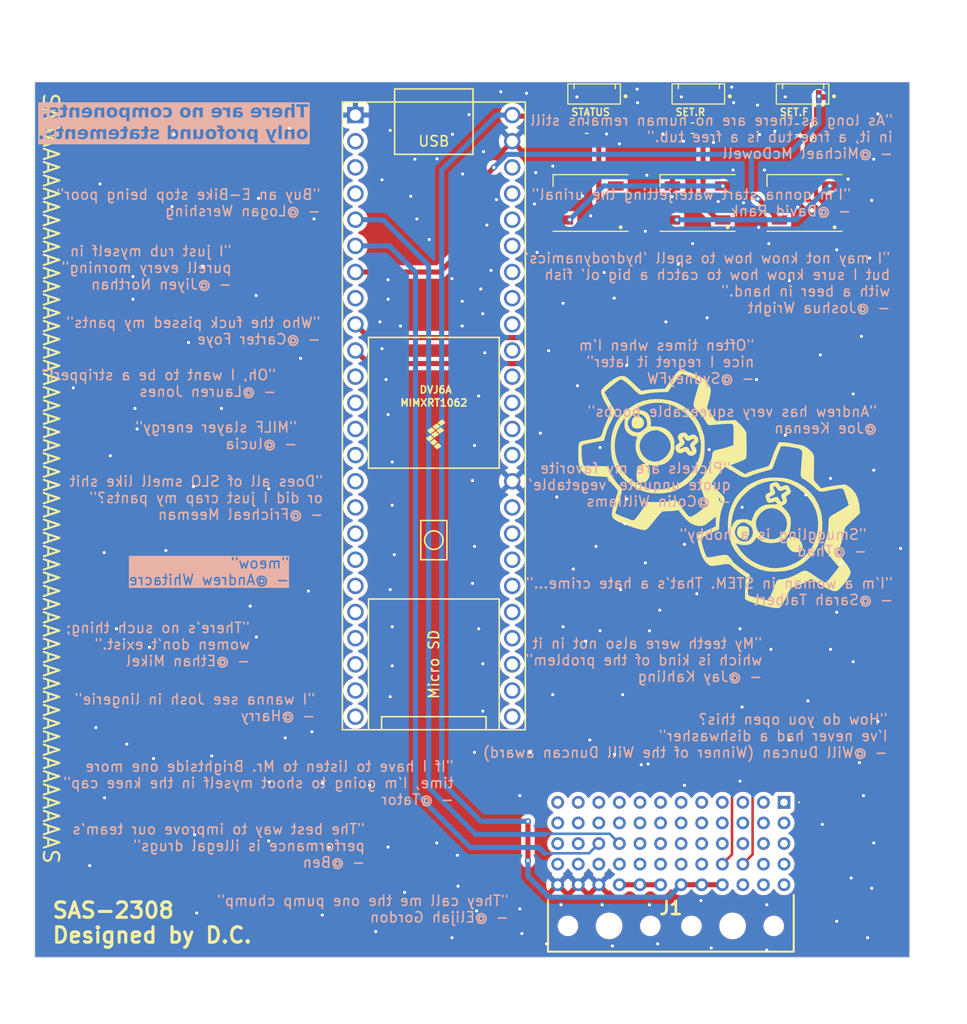
<source format=kicad_pcb>
(kicad_pcb (version 20221018) (generator pcbnew)
  (layers (0 "F.Cu" signal) (31 "B.Cu" signal) (34 "B.Paste" user) (35 "F.Paste" user) (36 "B.SilkS" user "B.Silkscreen") (37 "F.SilkS" user "F.Silkscreen") (38 "B.Mask" user) (39 "F.Mask" user) (44 "Edge.Cuts" user))
  (property "SHEETTOTAL" "5")
  (net 0 "")
  (net 1 "5V")
  (net 2 "GND")
  (net 3 "Net-(D1-DOUT)")
  (net 4 "Net-(D2-DOUT)")
  (net 6 "Net-(D4-DOUT)")
  (net 7 "Net-(D5-DOUT)")
  (net 48 "ARGBLED")
  (net 58 "+3V3")
  (net 59 "PENC_CHA")
  (net 60 "PENC_CHA{slash}")
  (net 61 "PENc_CHB")
  (net 62 "PENC_CHB{slash}")
  (net 63 "SENC_CHA")
  (net 64 "SENC_CHA{slash}")
  (net 65 "SENC_CHB")
  (net 66 "SENC_CHB{slash}")
  (net 67 "PLOAD_CELL_CLK")
  (net 68 "PLOAD_CELL_DATA")
  (net 69 "SLOAD_CELL_CLK")
  (net 70 "SLOAD_CELL_DATA")
  (net 71 "ENG_HALL2_IN")
  (net 72 "PWM1")
  (net 73 "PWM2")
  (net 74 "DIRECTION1")
  (net 75 "DIRECTION2")
  (net 76 "FBREAK_PRESSURE_IN")
  (net 77 "RBREAK_PRESSURE_IN")
  (net 78 "REAR_HALL_IN")
  (net 79 "ENG_HALL1_IN")
  (net 80 "SPK_PLUG")
  (net 81 "THERM_SENS1")
  (net 82 "THERM_SENS2")
  (net 83 "THERM_SENS3")
  (net 84 "THERM_SENS4")
  (net 85 "36V_SENS")
  (net 86 "SOLENOID_PWM_1")
  (net 87 "SOLENOID_PWM_2")
  (net 88 "IR_SENS_TNC")
  (net 89 "SDA")
  (net 90 "SCL")
  (net 91 "CVT_TX_DAQ_RX")
  (net 92 "CVT_RX_DAQ_TX")
  (net 93 "CIPO")
  (net 94 "COPI")
  (net 95 "SPI_CLK")
  (net 96 "CANH")
  (net 97 "CANL")
  (net 98 "RPOT1")
  (net 99 "RPOT2")
  (net 100 "DIG_OUT")
  (footprint "Capacitor_SMD:C_0603_1608Metric" (layer "F.Cu") (at 168.275 45.72 180)
    (fp_text reference "C1" hide)
    (fp_text value "C")
  )
  (footprint "!footprints:52230042" (layer "F.Cu") (at 187.451 111.189)
    (fp_text reference "J1")
    (fp_text value "5223004-2" hide)
  )
  (footprint "LOGO" (layer "F.Cu") (at 181.102 80.772)
    (fp_text reference "G***" hide)
    (fp_text value "LOGO" hide)
  )
  (footprint "!footprints:LED_IN-PI42TASPRPGPB" (layer "F.Cu") (at 169.0818 42.5144)
    (fp_text reference "D3")
    (fp_text value "STATUS")
  )
  (footprint "!footprints:LED_IN-PI42TASPRPGPB" (layer "F.Cu") (at 189.3388 42.5144)
    (fp_text reference "D1")
    (fp_text value "SET.F")
  )
  (footprint "Capacitor_SMD:C_0603_1608Metric" (layer "F.Cu") (at 188.722 45.847 180)
    (fp_text reference "C3" hide)
    (fp_text value "C")
  )
  (footprint "!footprints:Teensy41" (layer "F.Cu") (at 153.416 73.66 -90)
    (fp_text reference "U1" hide)
    (fp_text value "Teensy4.1")
  )
  (footprint "!footprints:LED_WS2812B_PLCC4_5.0x5.0mm_P3.2mm" (layer "F.Cu") (at 189.447 52.984 180)
    (fp_text reference "D4" hide)
    (fp_text value "SET.F" hide)
  )
  (footprint "Capacitor_SMD:C_0603_1608Metric" (layer "F.Cu") (at 178.562 45.72 180)
    (fp_text reference "C2" hide)
    (fp_text value "C")
  )
  (footprint "!footprints:LED_IN-PI42TASPRPGPB" (layer "F.Cu") (at 179.2103 42.5144)
    (fp_text reference "D2")
    (fp_text value "SET.R")
  )
  (footprint "!footprints:LED_WS2812B_PLCC4_5.0x5.0mm_P3.2mm" (layer "F.Cu") (at 168.656 52.984 180)
    (fp_text reference "D6" hide)
    (fp_text value "STATUS" hide)
  )
  (footprint "!footprints:LED_WS2812B_PLCC4_5.0x5.0mm_P3.2mm" (layer "F.Cu") (at 179.0515 52.984 180)
    (fp_text reference "D5" hide)
    (fp_text value "SET.R" hide)
  )
  (gr_line locked (start 199.644 126.238) (end 114.644 126.238) (stroke (width 0.05)) (layer "Edge.Cuts"))
  (gr_line locked (start 114.644 41.238) (end 199.644 41.238) (stroke (width 0.05)) (layer "Edge.Cuts"))
  (gr_line locked (start 199.644 41.238) (end 199.644 126.238) (stroke (width 0.05)) (layer "Edge.Cuts"))
  (gr_line locked (start 114.644 126.238) (end 114.644 41.238) (stroke (width 0.05)) (layer "Edge.Cuts"))
  (gr_text "{dblquote}I'm a woman in STEM. That's a hate crime…{dblquote} \n- @Sarah Talbert\n " (at 198.12 93.726) (layer "B.SilkS") (effects (font (size 1 1)) (justify left bottom mirror)))
  (gr_text "{dblquote}Buy an E-Bike stop being poor{dblquote} \n- @Logan Wershing" (at 142.494 54.356) (layer "B.SilkS") (effects (font (size 1 1)) (justify left bottom mirror)))
  (gr_text "{dblquote}If I have to listen to Mr. Brightside one more \ntime, I'm going to shoot myself in the knee cap{dblquote} \n- @Tator\n" (at 155.448 111.506) (layer "B.SilkS") (effects (font (size 1 1)) (justify left bottom mirror)))
  (gr_text "{dblquote}They call me the one pump chump{dblquote} \n- @Elijah Gordon" (at 160.782 122.936) (layer "B.SilkS") (effects (font (size 1 1)) (justify left bottom mirror)))
  (gr_text "{dblquote}Who the fuck pissed my pants{dblquote} \n- @Carter Foye" (at 142.494 66.802) (layer "B.SilkS") (effects (font (size 1 1)) (justify left bottom mirror)))
  (gr_text "{dblquote}There's no such thing; \nwomen don't exist.{dblquote} \n- @Ethan Mikel" (at 135.636 98.044) (layer "B.SilkS") (effects (font (size 1 1)) (justify left bottom mirror)))
  (gr_text "{dblquote}As long as there are no human remains still \nin it, a free tub is a free tub.{dblquote} \n- @Michael McDowell" (at 198.12 48.768) (layer "B.SilkS") (effects (font (size 1 1)) (justify left bottom mirror)))
  (gr_text "{dblquote}Andrew has very squeezable boobs{dblquote} \n@Joe Keenan" (at 196.596 75.438) (layer "B.SilkS") (effects (font (size 1 1)) (justify left bottom mirror)))
  (gr_text "{dblquote}My teeth were also not in it \nwhich is kind of the problem{dblquote} \n- @Jay Kahling" (at 185.42 99.568) (layer "B.SilkS") (effects (font (size 1 1)) (justify left bottom mirror)))
  (gr_text "{dblquote}The best way to improve our team's \nperformance is illegal drugs{dblquote} \n- @Ben" (at 146.812 117.602) (layer "B.SilkS") (effects (font (size 1 1)) (justify left bottom mirror)))
  (gr_text "{dblquote}Often times when I'm \nnice I regret it later{dblquote} \n- @SydneyFW" (at 184.658 70.612) (layer "B.SilkS") (effects (font (size 1 1)) (justify left bottom mirror)))
  (gr_text "{dblquote}I just rub myself in \npurell every morning{dblquote} \n- @Jiyen Northan" (at 133.858 61.468) (layer "B.SilkS") (effects (font (size 1 1)) (justify left bottom mirror)))
  (gr_text "{dblquote}Does all of SLO smell like shit \nor did I just crap my pants?{dblquote} \n- @Fricheal Meeman" (at 142.748 83.82) (layer "B.SilkS") (effects (font (size 1 1)) (justify left bottom mirror)))
  (gr_text "{dblquote}Pickels are my favorite \nquote unquote 'vegetable' {dblquote} \n- @Colin Williams" (at 182.372 82.55) (layer "B.SilkS") (effects (font (size 1 1)) (justify left bottom mirror)))
  (gr_text "There are no components;\nonly profound statements." (at 141.224 46.99) (layer "B.SilkS" knockout) (effects (font (size 1.25 1.25) (thickness 0.2) bold) (justify left bottom mirror)))
  (gr_text "{dblquote}I may not know how to spell 'hydrodynamics', \nbut I sure know how to catch a big ol' fish \nwith a beer in hand.{dblquote} \n- @Joshua Wright" (at 197.866 63.754) (layer "B.SilkS") (effects (font (size 1 1)) (justify left bottom mirror)))
  (gr_text "{dblquote}Smuggling is a hobby{dblquote} \n- @Thad" (at 195.58 87.376) (layer "B.SilkS") (effects (font (size 1 1)) (justify left bottom mirror)))
  (gr_text "{dblquote}meow{dblquote} \n- @Andrew Whitacre" (at 139.446 90.17) (layer "B.SilkS" knockout) (effects (font (size 1 1)) (justify left bottom mirror)))
  (gr_text "{dblquote}I wanna see Josh in lingerie{dblquote} \n- @Harry" (at 141.986 103.378) (layer "B.SilkS") (effects (font (size 1 1)) (justify left bottom mirror)))
  (gr_text "{dblquote}I'm gonna start waterjetting the urinal{dblquote} \n- @David Rank" (at 194.056 54.356) (layer "B.SilkS") (effects (font (size 1 1)) (justify left bottom mirror)))
  (gr_text "{dblquote}MILF slayer energy{dblquote}\n- @lucia" (at 140.208 76.962) (layer "B.SilkS") (effects (font (size 1 1)) (justify left bottom mirror)))
  (gr_text "{dblquote}Oh, I want to be a stripper!{dblquote} \n- @Lauren Jones" (at 138.176 71.882) (layer "B.SilkS") (effects (font (size 1 1)) (justify left bottom mirror)))
  (gr_text "{dblquote}How do you open this? \nI've never had a dishwasher{dblquote} \n- @Will Duncan (Winner of the Will Duncan award)" (at 197.612 106.934) (layer "B.SilkS") (effects (font (size 1 1)) (justify left bottom mirror)))
  (gr_text "SAS-2308\nDesigned by D.C.\n" (at 116.205 124.968) (layer "F.SilkS") (effects (font (size 1.5 1.5) (thickness 0.3) bold) (justify left bottom)))
  (gr_text "SAAAAAAAAAAAAAAAAAAAAAAAAAAAAAAAAAAAAAAAAAAAAAAAAAAAAAAAAS" (at 115.316 42.164 270) (layer "F.SilkS") (effects (font (size 1.5 1.5) (thickness 0.2)) (justify left bottom)))
  (segment (start 189.7068 52.6188) (end 189.7068 42.6244) (width 0.5) (layer "F.Cu") (net 1))
  (segment (start 182.348 44.559) (end 188.8722 44.559) (width 0.5) (layer "F.Cu") (net 1))
  (segment (start 179.5783 44.4653) (end 179.672 44.559) (width 0.5) (layer "F.Cu") (net 1))
  (segment (start 169.4498 42.6244) (end 169.4498 44.4368) (width 0.5) (layer "F.Cu") (net 1))
  (segment (start 172.172 44.559) (end 173.248 44.559) (width 0.5) (layer "F.Cu") (net 1))
  (segment (start 169.4498 44.4368) (end 169.572 44.559) (width 0.5) (layer "F.Cu") (net 1))
  (segment (start 181.025756 54.634) (end 179.5783 53.186544) (width 0.5) (layer "F.Cu") (net 1))
  (segment (start 162.56 113.03) (end 162.56 116.839999) (width 0.5) (layer "F.Cu") (net 1))
  (segment (start 189.7068 43.7244) (end 189.7068 42.6244) (width 0.5) (layer "F.Cu") (net 1))
  (segment (start 171.222 54.634) (end 169.4498 52.8618) (width 0.5) (layer "F.Cu") (net 1))
  (segment (start 177.451 119.189) (end 181.451 119.189) (width 0.5) (layer "F.Cu") (net 1))
  (segment (start 161.145 44.559) (end 161.036 44.45) (width 0.5) (layer "F.Cu") (net 1))
  (segment (start 191.722 54.634) (end 189.7068 52.6188) (width 0.5) (layer "F.Cu") (net 1))
  (segment (start 162.56 116.839999) (end 162.559999 116.84) (width 0.5) (layer "F.Cu") (net 1))
  (segment (start 169.4498 52.8618) (end 169.4498 44.4368) (width 0.5) (layer "F.Cu") (net 1))
  (segment (start 179.5783 42.6244) (end 179.5783 44.4653) (width 0.5) (layer "F.Cu") (net 1))
  (segment (start 179.672 44.559) (end 182.348 44.559) (width 0.5) (layer "F.Cu") (net 1))
  (segment (start 188.8722 44.559) (end 189.7068 43.7244) (width 0.5) (layer "F.Cu") (net 1))
  (segment (start 169.572 44.559) (end 172.172 44.559) (width 0.5) (layer "F.Cu") (net 1))
  (segment (start 173.248 44.559) (end 179.672 44.559) (width 0.5) (layer "F.Cu") (net 1))
  (segment (start 179.5783 53.186544) (end 179.5783 44.4653) (width 0.5) (layer "F.Cu") (net 1))
  (segment (start 172.172 44.559) (end 161.145 44.559) (width 0.5) (layer "F.Cu") (net 1))
  (via (at 162.56 113.03) (size 0.6) (drill 0.3) (layers "F.Cu" "B.Cu") (net 1))
  (via (at 162.559999 116.84) (size 0.6) (drill 0.3) (layers "F.Cu" "B.Cu") (net 1))
  (segment (start 177.451 119.189) (end 176.244 120.396) (width 0.5) (layer "B.Cu") (net 1))
  (segment (start 164.592 120.396) (end 162.559999 118.363999) (width 0.5) (layer "B.Cu") (net 1))
  (segment (start 154.178 109.22) (end 157.988 113.03) (width 0.5) (layer "B.Cu") (net 1))
  (segment (start 159.512 44.45) (end 154.178 49.784) (width 0.5) (layer "B.Cu") (net 1))
  (segment (start 176.244 120.396) (end 164.592 120.396) (width 0.5) (layer "B.Cu") (net 1))
  (segment (start 154.178 49.784) (end 154.178 109.22) (width 0.5) (layer "B.Cu") (net 1))
  (segment (start 157.988 113.03) (end 162.56 113.03) (width 0.5) (layer "B.Cu") (net 1))
  (segment (start 161.036 44.45) (end 159.512 44.45) (width 0.5) (layer "B.Cu") (net 1))
  (segment (start 162.559999 118.363999) (end 162.559999 116.84) (width 0.5) (layer "B.Cu") (net 1))
  (via (at 137.372 80.734) (size 0.6) (drill 0.3) (layers "F.Cu" "B.Cu") (net 2))
  (via (at 155.172 60.334) (size 0.6) (drill 0.3) (layers "F.Cu" "B.Cu") (net 2))
  (via (at 157.172 89.934) (size 0.6) (drill 0.3) (layers "F.Cu" "B.Cu") (net 2))
  (via (at 156.172 64.934) (size 0.6) (drill 0.3) (layers "F.Cu" "B.Cu") (net 2))
  (via (at 141.572 104.334) (size 0.6) (drill 0.3) (layers "F.Cu" "B.Cu") (net 2))
  (via (at 190.972 67.734) (size 0.6) (drill 0.3) (layers "F.Cu" "B.Cu") (net 2))
  (via (at 143.256 115.57) (size 0.6) (drill 0.3) (layers "F.Cu" "B.Cu") (net 2))
  (via (at 183.372 82.534) (size 0.6) (drill 0.3) (layers "F.Cu" "B.Cu") (net 2))
  (via (at 175.672 46.284) (size 0.6) (drill 0.3) (layers "F.Cu" "B.Cu") (net 2))
  (via (at 147.772 123.734) (size 0.6) (drill 0.3) (layers "F.Cu" "B.Cu") (net 2))
  (via (at 162.422 42.334) (size 0.6) (drill 0.3) (layers "F.Cu" "B.Cu") (net 2))
  (via (at 141.224 90.678) (size 0.6) (drill 0.3) (layers "F.Cu" "B.Cu") (net 2))
  (via (at 184.772 70.134) (size 0.6) (drill 0.3) (layers "F.Cu" "B.Cu") (net 2))
  (via (at 177.172 58.934) (size 0.6) (drill 0.3) (layers "F.Cu" "B.Cu") (net 2))
  (via (at 174.372 121.1455) (size 0.6) (drill 0.3) (layers "F.Cu" "B.Cu") (net 2))
  (via (at 132.772 72.934) (size 0.6) (drill 0.3) (layers "F.Cu" "B.Cu") (net 2))
  (via (at 183.372 101.934) (size 0.6) (drill 0.3) (layers "F.Cu" "B.Cu") (net 2))
  (via (at 126.172 106.934) (size 0.6) (drill 0.3) (layers "F.Cu" "B.Cu") (net 2))
  (via (at 164.372 124.934) (size 0.6) (drill 0.3) (layers "F.Cu" "B.Cu") (net 2))
  (via (at 170.972 106.534) (size 0.6) (drill 0.3) (layers "F.Cu" "B.Cu") (net 2))
  (via (at 125.772 96.134) (size 0.6) (drill 0.3) (layers "F.Cu" "B.Cu") (net 2))
  (via (at 150.572 119.934) (size 0.6) (drill 0.3) (layers "F.Cu" "B.Cu") (net 2))
  (via (at 135.572 92.134) (size 0.6) (drill 0.3) (layers "F.Cu" "B.Cu") (net 2))
  (via (at 151.572 48.734) (size 0.6) (drill 0.3) (layers "F.Cu" "B.Cu") (net 2))
  (via (at 156.842023 44.404023) (size 0.6) (drill 0.3) (layers "F.Cu" "B.Cu") (net 2))
  (via (at 148.972 73.534) (size 0.6) (drill 0.3) (layers "F.Cu" "B.Cu") (net 2))
  (via (at 171.572 90.534) (size 0.6) (drill 0.3) (layers "F.Cu" "B.Cu") (net 2))
  (via (at 157.172 79.934) (size 0.6) (drill 0.3) (layers "F.Cu" "B.Cu") (net 2))
  (via (at 195.972 52.734) (size 0.6) (drill 0.3) (layers "F.Cu" "B.Cu") (net 2))
  (via (at 120.572 103.934) (size 0.6) (drill 0.3) (layers "F.Cu" "B.Cu") (net 2))
  (via (at 163.195 53.086) (size 0.6) (drill 0.3) (layers "F.Cu" "B.Cu") (net 2))
  (via (at 180.594 47.117) (size 0.6) (drill 0.3) (layers "F.Cu" "B.Cu") (net 2))
  (via (at 158.172 102.334) (size 0.6) (drill 0.3) (layers "F.Cu" "B.Cu") (net 2))
  (via (at 163.772 75.334) (size 0.6) (drill 0.3) (layers "F.Cu" "B.Cu") (net 2))
  (via (at 170.772 125.134) (size 0.6) (drill 0.3) (layers "F.Cu" "B.Cu") (net 2))
  (via (at 127.372 86.734) (size 0.6) (drill 0.3) (layers "F.Cu" "B.Cu") (net 2))
  (via (at 195.172 110.534) (size 0.6) (drill 0.3) (layers "F.Cu" "B.Cu") (net 2))
  (via (at 194.772 107.334) (size 0.6) (drill 0.3) (layers "F.Cu" "B.Cu") (net 2))
  (via (at 156.21 50.165) (size 0.6) (drill 0.3) (layers "F.Cu" "B.Cu") (net 2))
  (via (at 138.972 104.934) (size 0.6) (drill 0.3) (layers "F.Cu" "B.Cu") (net 2))
  (via (at 157.372 76.534) (size 0.6) (drill 0.3) (layers "F.Cu" "B.Cu") (net 2))
  (via (at 182.372 41.734) (size 0.6) (drill 0.3) (layers "F.Cu" "B.Cu") (net 2))
  (via (at 196.572 44.334) (size 0.6) (drill 0.3) (layers "F.Cu" "B.Cu") (net 2))
  (via (at 193.675 50.673) (size 0.6) (drill 0.3) (layers "F.Cu" "B.Cu") (net 2))
  (via (at 178.572 56.934) (size 0.6) (drill 0.3) (layers "F.Cu" "B.Cu") (net 2))
  (via (at 139.372 45.734) (size 0.6) (drill 0.3) (layers "F.Cu" "B.Cu") (net 2))
  (via (at 151.172 52.334) (size 0.6) (drill 0.3) (layers "F.Cu" "B.Cu") (net 2))
  (via (at 121.372 86.934) (size 0.6) (drill 0.3) (layers "F.Cu" "B.Cu") (net 2))
  (via (at 123.572 105.534) (size 0.6) (drill 0.3) (layers "F.Cu" "B.Cu") (net 2))
  (via (at 182.546038 43.2489) (size 0.6) (drill 0.3) (layers "F.Cu" "B.Cu") (net 2))
  (via (at 180.172 76.934) (size 0.6) (drill 0.3) (layers "F.Cu" "B.Cu") (net 2))
  (via (at 189.572 81.334) (size 0.6) (drill 0.3) (layers "F.Cu" "B.Cu") (net 2))
  (via (at 152.972 56.534) (size 0.6) (drill 0.3) (layers "F.Cu" "B.Cu") (net 2))
  (via (at 196.572 103.334) (size 0.6) (drill 0.3) (layers "F.Cu" "B.Cu") (net 2))
  (via (at 171.772 100.734) (size 0.6) (drill 0.3) (layers "F.Cu" "B.Cu") (net 2))
  (via (at 161.772 121.534) (size 0.6) (drill 0.3) (layers "F.Cu" "B.Cu") (net 2))
  (via (at 158.172 97.734) (size 0.6) (drill 0.3) (layers "F.Cu" "B.Cu") (net 2))
  (via (at 124.572 74.934) (size 0.6) (drill 0.3) (layers "F.Cu" "B.Cu") (net 2))
  (via (at 122.572 94.334) (size 0.6) (drill 0.3) (layers "F.Cu" "B.Cu") (net 2))
  (via (at 193.972 118.534) (size 0.6) (drill 0.3) (layers "F.Cu" "B.Cu") (net 2))
  (via (at 130.048 80.518) (size 0.6) (drill 0.3) (layers "F.Cu" "B.Cu") (net 2))
  (via (at 137.372 114.934) (size 0.6) (drill 0.3) (layers "F.Cu" "B.Cu") (net 2))
  (via (at 169.772 121.1455) (size 0.6) (drill 0.3) (layers "F.Cu" "B.Cu") (net 2))
  (via (at 191.972 96.334) (size 0.6) (drill 0.3) (layers "F.Cu" "B.Cu") (net 2))
  (via (at 155.702 116.332) (size 0.6) (drill 0.3) (layers "F.Cu" "B.Cu") (net 2))
  (via (at 157.772 94.334) (size 0.6) (drill 0.3) (layers "F.Cu" "B.Cu") (net 2))
  (via (at 182.499 49.784) (size 0.6) (drill 0.3) (layers "F.Cu" "B.Cu") (net 2))
  (via (at 164.572 67.334) (size 0.6) (drill 0.3) (layers "F.Cu" "B.Cu") (net 2))
  (via (at 136.172 95.134) (size 0.6) (drill 0.3) (layers "F.Cu" "B.Cu") (net 2))
  (via (at 187.972 105.134) (size 0.6) (drill 0.3) (layers "F.Cu" "B.Cu") (net 2))
  (via (at 128.172 46.334) (size 0.6) (drill 0.3) (layers "F.Cu" "B.Cu") (net 2))
  (via (at 148.972 62.334) (size 0.6) (drill 0.3) (layers "F.Cu" "B.Cu") (net 2))
  (via (at 169.572 94.534) (size 0.6) (drill 0.3) (layers "F.Cu" "B.Cu") (net 2))
  (via (at 168.660615 54.236692) (size 0.6) (drill 0.3) (layers "F.Cu" "B.Cu") (net 2))
  (via (at 161.772 110.534) (size 0.6) (drill 0.3) (layers "F.Cu" "B.Cu") (net 2))
  (via (at 142.572 109.334) (size 0.6) (drill 0.3) (layers "F.Cu" "B.Cu") (net 2))
  (via (at 174.117 50.292) (size 0.6) (drill 0.3) (layers "F.Cu" "B.Cu") (net 2))
  (via (at 195.972 119.534) (size 0.6) (drill 0.3) (layers "F.Cu" "B.Cu") (net 2))
  (via (at 157.772 71.734) (size 0.6) (drill 0.3) (layers "F.Cu" "B.Cu") (net 2))
  (via (at 192.572 57.534) (size 0.6) (drill 0.3) (layers "F.Cu" "B.Cu") (net 2))
  (via (at 173.972 87.934) (size 0.6) (drill 0.3) (layers "F.Cu" "B.Cu") (net 2))
  (via (at 120.972 51.134) (size 0.6) (drill 0.3) (layers "F.Cu" "B.Cu") (net 2))
  (via (at 157.972 61.334) (size 0.6) (drill 0.3) (layers "F.Cu" "B.Cu") (net 2))
  (via (at 141.772 54.534) (size 0.6) (drill 0.3) (layers "F.Cu" "B.Cu") (net 2))
  (via (at 155.222816 46.312237) (size 0.6) (drill 0.3) (layers "F.Cu" "B.Cu") (net 2))
  (via (at 151.772 54.534) (size 0.6) (drill 0.3) (layers "F.Cu" "B.Cu") (net 2))
  (via (at 148.972 115.534) (size 0.6) (drill 0.3) (layers "F.Cu" "B.Cu") (net 2))
  (via (at 157.572 121.734) (size 0.6) (drill 0.3) (layers "F.Cu" "B.Cu") (net 2))
  (via (at 191.172 113.334) (size 0.6) (drill 0.3) (layers "F.Cu" "B.Cu") (net 2))
  (via (at 147.172 109.534) (size 0.6) (drill 0.3) (layers "F.Cu" "B.Cu") (net 2))
  (via (at 184.985322 55.3595) (size 0.6) (drill 0.3) (layers "F.Cu" "B.Cu") (net 2))
  (via (at 129.572 66.534) (size 0.6) (drill 0.3) (layers "F.Cu" "B.Cu") (net 2))
  (via (at 187.572 42.684) (size 0.6) (drill 0.3) (layers "F.Cu" "B.Cu") (net 2))
  (via (at 156.172 62.534) (size 0.6) (drill 0.3) (layers "F.Cu" "B.Cu") (net 2))
  (via (at 153.701454 115.132546) (size 0.6) (drill 0.3) (layers "F.Cu" "B.Cu") (net 2))
  (via (at 173.972 55.734) (size 0.6) (drill 0.3) (layers "F.Cu" "B.Cu") (net 2))
  (via (at 177.772 86.134) (size 0.6) (drill 0.3) (layers "F.Cu" "B.Cu") (net 2))
  (via (at 191.972 79.734) (size 0.6) (drill 0.3) (layers "F.Cu" "B.Cu") (net 2))
  (via (at 174.242023 107.463977) (size 0.6) (drill 0.3) (layers "F.Cu" "B.Cu") (net 2))
  (via (at 192.972 87.934) (size 0.6) (drill 0.3) (layers "F.Cu" "B.Cu") (net 2))
  (via (at 168.572 105.134) (size 0.6) (drill 0.3) (layers "F.Cu" "B.Cu") (net 2))
  (via (at 158.972 59.534) (size 0.6) (drill 0.3) (layers "F.Cu" "B.Cu") (net 2))
  (via (at 142.572 122.134) (size 0.6) (drill 0.3) (layers "F.Cu" "B.Cu") (net 2))
  (via (at 167.322 42.684) (size 0.6) (drill 0.3) (layers "F.Cu" "B.Cu") (net 2))
  (via (at 119.972 117.334) (size 0.6) (drill 0.3) (layers "F.Cu" "B.Cu") (net 2))
  (via (at 178.972 90.934) (size 0.6) (drill 0.3) (layers "F.Cu" "B.Cu") (net 2))
  (via (at 177.772 109.534) (size 0.6) (drill 0.3) (layers "F.Cu" "B.Cu") (net 2))
  (via (at 161.972 123.934) (size 0.6) (drill 0.3) (layers "F.Cu" "B.Cu") (net 2))
  (via (at 185.072 46.334) (size 0.6) (drill 0.3) (layers "F.Cu" "B.Cu") (net 2))
  (via (at 158.242 48.006) (size 0.6) (drill 0.3) (layers "F.Cu" "B.Cu") (net 2))
  (via (at 137.414 109.22) (size 0.6) (drill 0.3) (layers "F.Cu" "B.Cu") (net 2))
  (via (at 192.572 122.734) (size 0.6) (drill 0.3) (layers "F.Cu" "B.Cu") (net 2))
  (via (at 168.172 95.534) (size 0.6) (drill 0.3) (layers "F.Cu" "B.Cu") (net 2))
  (via (at 192.572 92.734) (size 0.6) (drill 0.3) (layers "F.Cu" "B.Cu") (net 2))
  (via (at 162.772 106.334) (size 0.6) (drill 0.3) (layers "F.Cu" "B.Cu") (net 2))
  (via (at 165.772 121.1455) (size 0.6) (drill 0.3) (layers "F.Cu" "B.Cu") (net 2))
  (via (at 175.172 124.934) (size 0.6) (drill 0.3) (layers "F.Cu" "B.Cu") (net 2))
  (via (at 148.372 50.734) (size 0.6) (drill 0.3) (layers "F.Cu" "B.Cu") (net 2))
  (via (at 185.972 56.934) (size 0.6) (drill 0.3) (layers "F.Cu" "B.Cu") (net 2))
  (via (at 177.472 42.684) (size 0.6) (drill 0.3) (layers "F.Cu" "B.Cu") (net 2))
  (via (at 149.372 94.134) (size 0.6) (drill 0.3) (layers "F.Cu" "B.Cu") (net 2))
  (via (at 169.572 76.734) (size 0.6) (drill 0.3) (layers "F.Cu" "B.Cu") (net 2))
  (via (at 158.572 55.134) (size 0.6) (drill 0.3) (layers "F.Cu" "B.Cu") (net 2))
  (via (at 196.172 115.134) (size 0.6) (drill 0.3) (layers "F.Cu" "B.Cu") (net 2))
  (via (at 195.772 58.334) (size 0.6) (drill 0.3) (layers "F.Cu" "B.Cu") (net 2))
  (via (at 149.172 45.934) (size 0.6) (drill 0.3) (layers "F.Cu" "B.Cu") (net 2))
  (via (at 121.972 77.534) (size 0.6) (drill 0.3) (layers "F.Cu" "B.Cu") (net 2))
  (via (at 186.555511 46.017511) (size 0.6) (drill 0.3) (layers "F.Cu" "B.Cu") (net 2))
  (via (at 173.213589 43.2489) (size 0.6) (drill 0.3) (layers "F.Cu" "B.Cu") (net 2))
  (via (at 149.372 97.934) (size 0.6) (drill 0.3) (layers "F.Cu" "B.Cu") (net 2))
  (via (at 185.772 121.134) (size 0.6) (drill 0.3) (layers "F.Cu" "B.Cu") (net 2))
  (via (at 169.172 86.334) (size 0.6) (drill 0.3) (layers "F.Cu" "B.Cu") (net 2))
  (via (at 171.972 84.134) (size 0.6) (drill 0.3) (layers "F.Cu" "B.Cu") (net 2))
  (via (at 175.972 64.534) (size 0.6) (drill 0.3) (layers "F.Cu" "B.Cu") (net 2))
  (via (at 173.572 107.534) (size 0.6) (drill 0.3) (layers "F.Cu" "B.Cu") (net 2))
  (via (at 121.412 110.744) (size 0.6) (drill 0.3) (layers "F.Cu" "B.Cu") (net 2))
  (via (at 186.172 96.334) (size 0.6) (drill 0.3) (layers "F.Cu" "B.Cu") (net 2))
  (via (at 170.1993 46.284) (size 0.6) (drill 0.3) (layers "F.Cu" "B.Cu") (net 2))
  (via (at 127.972 53.334) (size 0.6) (drill 0.3) (layers "F.Cu" "B.Cu") (net 2))
  (via (at 118.372 70.934) (size 0.6) (drill 0.3) (layers "F.Cu" "B.Cu") (net 2))
  (via (at 194.972 65.934) (size 0.6) (drill 0.3) (layers "F.Cu" "B.Cu") (net 2))
  (via (at 163.449 57.785) (size 0.6) (drill 0.3) (layers "F.Cu" "B.Cu") (net 2))
  (via (at 166.972 88.534) (size 0.6) (drill 0.3) (layers "F.Cu" "B.Cu") (net 2))
  (via (at 153.730411 48.692411) (size 0.6) (drill 0.3) (layers "F.Cu" "B.Cu") (net 2))
  (via (at 130.372 121.934) (size 0.6) (drill 0.3) (layers "F.Cu" "B.Cu") (net 2))
  (via (at 155.172 124.334) (size 0.6) (drill 0.3) (layers "F.Cu" "B.Cu") (net 2))
  (via (at 148.372 67.134) (size 0.6) (drill 0.3) (layers "F.Cu" "B.Cu") (net 2))
  (via (at 157.372 86.334) (size 0.6) (drill 0.3) (layers "F.Cu" "B.Cu") (net 2))
  (via (at 187.572 75.534) (size 0.6) (drill 0.3) (layers "F.Cu" "B.Cu") (net 2))
  (via (at 183.515 52.959) (size 0.6) (drill 0.3) (layers "F.Cu" "B.Cu") (net 2))
  (via (at 179.372 120.734) (size 0.6) (drill 0.3) (layers "F.Cu" "B.Cu") (net 2))
  (via (at 158.372 67.534) (size 0.6) (drill 0.3) (layers "F.Cu" "B.Cu") (net 2))
  (via (at 165.372 81.534) (size 0.6) (drill 0.3) (layers "F.Cu" "B.Cu") (net 2))
  (via (at 130.172 114.334) (size 0.6) (drill 0.3) (layers "F.Cu" "B.Cu") (net 2))
  (via (at 164.973 49.403) (size 0.6) (drill 0.3) (layers "F.Cu" "B.Cu") (net 2))
  (via (at 169.972 59.734) (size 0.6) (drill 0.3) (layers "F.Cu" "B.Cu") (net 2))
  (via (at 150.172 64.934) (size 0.6) (drill 0.3) (layers "F.Cu" "B.Cu") (net 2))
  (via (at 158.172 63.734) (size 0.6) (drill 0.3) (layers "F.Cu" "B.Cu") (net 2))
  (via (at 131.826 106.68) (size 0.6) (drill 0.3) (layers "F.Cu" "B.Cu") (net 2))
  (via (at 149.172 100.934) (size 0.6) (drill 0.3) (layers "F.Cu" "B.Cu") (net 2))
  (via (at 189.772 101.334) (size 0.6) (drill 0.3) (layers "F.Cu" "B.Cu") (net 2))
  (via (at 136.144 61.976) (size 0.6) (drill 0.3) (layers "F.Cu" "B.Cu") (net 2))
  (via (at 157.372 106.334) (size 0.6) (drill 0.3) (layers "F.Cu" "B.Cu") (net 2))
  (via (at 164.972 100.734) (size 0.6) (drill 0.3) (layers "F.Cu" "B.Cu") (net 2))
  (via (at 179.972 64.134) (size 0.6) (drill 0.3) (layers "F.Cu" "B.Cu") (net 2))
  (via (at 124.372 72.934) (size 0.6) (drill 0.3) (layers "F.Cu" "B.Cu") (net 2))
  (via (at 163.322 50.038) (size 0.6) (drill 0.3) (layers "F.Cu" "B.Cu") (net 2))
  (via (at 196.172 48.734) (size 0.6) (drill 0.3) (layers "F.Cu" "B.Cu") (net 2))
  (via (at 194.172 71.534) (size 0.6) (drill 0.3) (layers "F.Cu" "B.Cu") (net 2))
  (via (at 172.172 81.734) (size 0.6) (drill 0.3) (layers "F.Cu" "B.Cu") (net 2))
  (via (at 148.772 70.134) (size 0.6) (drill 0.3) (layers "F.Cu" "B.Cu") (net 2))
  (via (at 175.372 92.534) (size 0.6) (drill 0.3) (layers "F.Cu" "B.Cu") (net 2))
  (via (at 171.45 47.244) (size 0.6) (drill 0.3) (layers "F.Cu" "B.Cu") (net 2))
  (via (at 196.172 78.934) (size 0.6) (drill 0.3) (layers "F.Cu" "B.Cu") (net 2))
  (via (at 155.772 119.334) (size 0.6) (drill 0.3) (layers "F.Cu" "B.Cu") (net 2))
  (via (at 172.172 68.734) (size 0.6) (drill 0.3) (layers "F.Cu" "B.Cu") (net 2))
  (via (at 165.972 94.134) (size 0.6) (drill 0.3) (layers "F.Cu" "B.Cu") (net 2))
  (via (at 180.372 125.334) (size 0.6) (drill 0.3) (layers "F.Cu" "B.Cu") (net 2))
  (via (at 167.862927 52.311119) (size 0.6) (drill 0.3) (layers "F.Cu" "B.Cu") (net 2))
  (via (at 174.372 94.534) (size 0.6) (drill 0.3) (layers "F.Cu" "B.Cu") (net 2))
  (via (at 194.172 97.534) (size 0.6) (drill 0.3) (layers "F.Cu" "B.Cu") (net 2))
  (via (at 149.572 87.134) (size 0.6) (drill 0.3) (layers "F.Cu" "B.Cu") (net 2))
  (via (at 159.501977 52.663977) (size 0.6) (drill 0.3) (layers "F.Cu" "B.Cu") (net 2))
  (via (at 130.972 59.134) (size 0.6) (drill 0.3) (layers "F.Cu" "B.Cu") (net 2))
  (via (at 149.172 90.534) (size 0.6) (drill 0.3) (layers "F.Cu" "B.Cu") (net 2))
  (via (at 198.772 86.534) (size 0.6) (drill 0.3) (layers "F.Cu" "B.Cu") (net 2))
  (via (at 149.372 82.334) (size 0.6) (drill 0.3) (layers "F.Cu" "B.Cu") (net 2))
  (via (at 195.572 124.334) (size 0.6) (drill 0.3) (layers "F.Cu" "B.Cu") (net 2))
  (via (at 124.172 60.134) (size 0.6) (drill 0.3) (layers "F.Cu" "B.Cu") (net 2))
  (via (at 148.972 60.4395) (size 0.6) (drill 0.3) (layers "F.Cu" "B.Cu") (net 2))
  (via (at 159.922 42.184) (size 0.6) (drill 0.3) (layers "F.Cu" "B.Cu") (net 2))
  (via (at 140.462 68.072) (size 0.6) (drill 0.3) (layers "F.Cu" "B.Cu") (net 2))
  (via (at 185.547 49.784) (size 0.6) (drill 0.3) (layers "F.Cu" "B.Cu") (net 2))
  (via (at 167.372 70.734) (size 0.6) (drill 0.3) (layers "F.Cu" "B.Cu") (net 2))
  (via (at 149.372 78.134) (size 0.6) (drill 0.3) (layers "F.Cu" "B.Cu") (net 2))
  (via (at 176.572 52.369345) (size 0.6) (drill 0.3) (layers "F.Cu" "B.Cu") (net 2))
  (via (at 148.172 64.534) (size 0.6) (drill 0.3) (layers "F.Cu" "B.Cu") (net 2))
  (via (at 185.772 125.534) (size 0.6) (drill 0.3) (layers "F.Cu" "B.Cu") (net 2))
  (via (at 187.972 60.534) (size 0.6) (drill 0.3) (layers "F.Cu" "B.Cu") (net 2))
  (via (at 181.052074 52.8445) (size 0.6) (drill 0.3) (layers "F.Cu" "B.Cu") (net 2))
  (via (at 165.972 62.734) (size 0.6) (drill 0.3) (layers "F.Cu" "B.Cu") (net 2))
  (via (at 173.172 41.934) (size 0.6) (drill 0.3) (layers "F.Cu" "B.Cu") (net 2))
  (via (at 188.781757 53.389288) (size 0.6) (drill 0.3) (layers "F.Cu" "B.Cu") (net 2))
  (via (at 184.872 43.484) (size 0.6) (drill 0.3) (layers "F.Cu" "B.Cu") (net 2))
  (via (at 124.172 62.334) (size 0.6) (drill 0.3) (layers "F.Cu" "B.Cu") (net 2))
  (via (at 170.942 62.23) (size 0.6) (drill 0.3) (layers "F.Cu" "B.Cu") (net 2))
  (via (at 183.172 94.334) (size 0.6) (drill 0.3) (layers "F.Cu" "B.Cu") (net 2))
  (via (at 183.172 109.134) (size 0.6) (drill 0.3) (layers "F.Cu" "B.Cu") (net 2))
  (via (at 136.372 52.534) (size 0.6) (drill 0.3) (layers "F.Cu" "B.Cu") (net 2))
  (via (at 177.673 46.99) (size 0.6) (drill 0.3) (layers "F.Cu" "B.Cu") (net 2))
  (segment (start 188.6818 42.0438) (end 188.6818 42.6244) (width 0.25) (layer "F.Cu") (net 3))
  (segment (start 188.3324 41.6944) (end 188.6818 42.0438) (width 0.25) (layer "F.Cu") (net 3))
  (segment (start 180.7033 42.6244) (end 186.29011 42.6244) (width 0.25) (layer "F.Cu") (net 3))
  (segment (start 186.29011 42.6244) (end 187.22011 41.6944) (width 0.25) (layer "F.Cu") (net 3))
  (segment (start 187.22011 41.6944) (end 188.3324 41.6944) (width 0.25) (layer "F.Cu") (net 3))
  (segment (start 176.16161 42.6244) (end 177.09161 41.6944) (width 0.25) (layer "F.Cu") (net 4))
  (segment (start 178.1324 41.6944) (end 178.5533 42.1153) (width 0.25) (layer "F.Cu") (net 4))
  (segment (start 177.09161 41.6944) (end 178.1324 41.6944) (width 0.25) (layer "F.Cu") (net 4))
  (segment (start 178.5533 42.1153) (end 178.5533 42.6244) (width 0.25) (layer "F.Cu") (net 4))
  (segment (start 170.5748 42.6244) (end 176.16161 42.6244) (width 0.25) (layer "F.Cu") (net 4))
  (via (at 191.897 51.334) (size 0.6) (drill 0.3) (layers "F.Cu" "B.Cu") (net 6))
  (via (at 177.038 54.61) (size 0.6) (drill 0.3) (layers "F.Cu" "B.Cu") (net 6))
  (segment (start 177.038 54.61) (end 188.621 54.61) (width 0.5) (layer "B.Cu") (net 6))
  (segment (start 188.621 54.61) (end 191.897 51.334) (width 0.5) (layer "B.Cu") (net 6))
  (via (at 181.5015 51.334) (size 0.6) (drill 0.3) (layers "F.Cu" "B.Cu") (net 7))
  (via (at 166.624 54.61) (size 0.6) (drill 0.3) (layers "F.Cu" "B.Cu") (net 7))
  (segment (start 169.9 51.334) (end 181.5015 51.334) (width 0.5) (layer "B.Cu") (net 7))
  (segment (start 166.624 54.61) (end 169.9 51.334) (width 0.5) (layer "B.Cu") (net 7))
  (segment (start 186.997 54.634) (end 184.941 52.578) (width 0.5) (layer "F.Cu") (net 48))
  (segment (start 159.258 49.540234) (end 159.258 49.53) (width 0.5) (layer "F.Cu") (net 48))
  (segment (start 145.796 59.69) (end 154.016 59.69) (width 0.5) (layer "F.Cu") (net 48))
  (segment (start 155.972 57.734) (end 155.972 52.826233) (width 0.5) (layer "F.Cu") (net 48))
  (segment (start 159.199617 49.598617) (end 159.258 49.540234) (width 0.5) (layer "F.Cu") (net 48))
  (segment (start 184.941 52.578) (end 184.912 52.578) (width 0.5) (layer "F.Cu") (net 48))
  (segment (start 154.016 59.69) (end 155.972 57.734) (width 0.5) (layer "F.Cu") (net 48))
  (segment (start 155.972 52.826233) (end 159.199617 49.598617) (width 0.5) (layer "F.Cu") (net 48))
  (via (at 159.258 49.53) (size 0.6) (drill 0.3) (layers "F.Cu" "B.Cu") (net 48))
  (via (at 184.912 52.578) (size 0.6) (drill 0.3) (layers "F.Cu" "B.Cu") (net 48))
  (via (at 190.8318 42.6244) (size 0.6) (drill 0.3) (layers "F.Cu" "B.Cu") (net 48))
  (segment (start 184.257 48.26) (end 160.528 48.26) (width 0.5) (layer "B.Cu") (net 48))
  (segment (start 184.297 48.26) (end 187.846 48.26) (width 0.5) (layer "B.Cu") (net 48))
  (segment (start 184.277 48.28) (end 184.257 48.26) (width 0.5) (layer "B.Cu") (net 48))
  (segment (start 160.528 48.26) (end 159.258 49.53) (width 0.5) (layer "B.Cu") (net 48))
  (segment (start 187.846 48.26) (end 190.8318 45.2742) (width 0.5) (layer "B.Cu") (net 48))
  (segment (start 184.277 48.28) (end 184.297 48.26) (width 0.5) (layer "B.Cu") (net 48))
  (segment (start 190.8318 45.2742) (end 190.8318 42.6244) (width 0.5) (layer "B.Cu") (net 48))
  (segment (start 184.277 48.28) (end 184.277 51.943) (width 0.5) (layer "B.Cu") (net 48))
  (segment (start 184.277 51.943) (end 184.912 52.578) (width 0.5) (layer "B.Cu") (net 48))
  (segment (start 171.451 119.189) (end 175.451 119.189) (width 0.5) (layer "F.Cu") (net 58))
  (segment (start 148.464396 54.61) (end 145.796 54.61) (width 0.5) (layer "B.Cu") (net 86))
  (segment (start 164.2685 114.2425) (end 164.211 114.3) (width 0.25) (layer "B.Cu") (net 86))
  (segment (start 171.451 115.189) (end 170.5045 114.2425) (width 0.25) (layer "B.Cu") (net 86))
  (segment (start 152.908 109.728) (end 152.908 59.053604) (width 0.5) (layer "B.Cu") (net 86))
  (segment (start 152.908 59.053604) (end 148.464396 54.61) (width 0.5) (layer "B.Cu") (net 86))
  (segment (start 170.5045 114.2425) (end 164.2685 114.2425) (width 0.25) (layer "B.Cu") (net 86))
  (segment (start 157.48 114.3) (end 152.908 109.728) (width 0.5) (layer "B.Cu") (net 86))
  (segment (start 164.211 114.3) (end 157.48 114.3) (width 0.5) (layer "B.Cu") (net 86))
  (segment (start 156.972 115.57) (end 163.6055 115.57) (width 0.5) (layer "B.Cu") (net 87))
  (segment (start 168.5035 116.1365) (end 164.172 116.1365) (width 0.25) (layer "B.Cu") (net 87))
  (segment (start 163.6055 115.57) (end 164.172 116.1365) (width 0.5) (layer "B.Cu") (net 87))
  (segment (start 145.796 57.15) (end 149.098 57.15) (width 0.5) (layer "B.Cu") (net 87))
  (segment (start 149.098 57.15) (end 151.638 59.69) (width 0.5) (layer "B.Cu") (net 87))
  (segment (start 169.451 115.189) (end 168.5035 116.1365) (width 0.25) (layer "B.Cu") (net 87))
  (segment (start 151.638 110.236) (end 156.972 115.57) (width 0.5) (layer "B.Cu") (net 87))
  (segment (start 151.638 59.69) (end 151.638 110.236) (width 0.5) (layer "B.Cu") (net 87))
  (segment (start 183.451 117.189) (end 184.3975 116.2425) (width 0.25) (layer "F.Cu") (net 91))
  (segment (start 184.4055 110.2375) (end 184.4055 79.5035) (width 0.5) (layer "F.Cu") (net 91))
  (segment (start 147.086 66.06) (end 145.796 64.77) (width 0.5) (layer "F.Cu") (net 91))
  (segment (start 184.4055 79.5035) (end 170.962 66.06) (width 0.5) (layer "F.Cu") (net 91))
  (segment (start 184.3975 110.2455) (end 184.4055 110.2375) (width 0.25) (layer "F.Cu") (net 91))
  (segment (start 184.3975 116.2425) (end 184.3975 110.2455) (width 0.25) (layer "F.Cu") (net 91))
  (segment (start 170.962 66.06) (end 147.086 66.06) (width 0.5) (layer "F.Cu") (net 91))
  (segment (start 182.3975 116.2425) (end 182.3975 110.151) (width 0.25) (layer "F.Cu") (net 92))
  (segment (start 182.3975 110.151) (end 182.3805 110.134) (width 0.25) (layer "F.Cu") (net 92))
  (segment (start 170.307 68.58) (end 182.3805 80.6535) (width 0.5) (layer "F.Cu") (net 92))
  (segment (start 182.3805 80.6535) (end 182.3805 110.134) (width 0.5) (layer "F.Cu") (net 92))
  (segment (start 147.066 68.58) (end 170.307 68.58) (width 0.5) (layer "F.Cu") (net 92))
  (segment (start 145.796 67.31) (end 147.066 68.58) (width 0.5) (layer "F.Cu") (net 92))
  (segment (start 181.451 117.189) (end 182.3975 116.2425) (width 0.25) (layer "F.Cu") (net 92))
  (zone (net 2) (net_name "GND") (layers "F&B.Cu") (connect_pads (clearance 0.4)) (min_thickness 0.25) (fill yes (thermal_gap 0.5) (thermal_bridge_width 0.5))
    (polygon (pts (xy 111.252 33.274) (xy 205.232 33.274) (xy 205.232 132.334) (xy 111.252 132.334)))
  )
)
</source>
